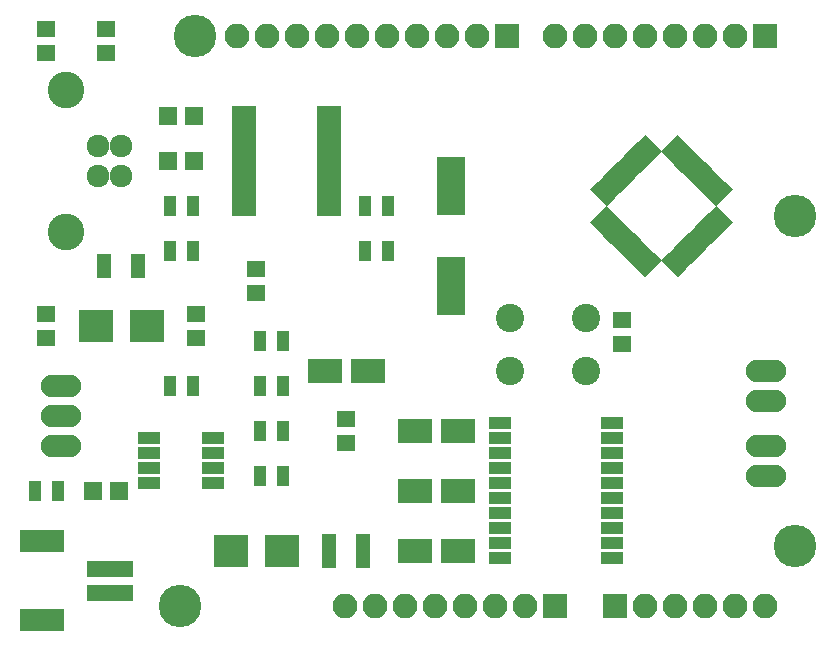
<source format=gts>
G04 #@! TF.FileFunction,Soldermask,Top*
%FSLAX46Y46*%
G04 Gerber Fmt 4.6, Leading zero omitted, Abs format (unit mm)*
G04 Created by KiCad (PCBNEW 4.0.7) date Sunday, September 09, 2018 'PMt' 03:54:26 PM*
%MOMM*%
%LPD*%
G01*
G04 APERTURE LIST*
%ADD10C,0.100000*%
%ADD11C,3.600000*%
%ADD12R,3.900000X1.400000*%
%ADD13R,3.800000X1.900000*%
%ADD14R,1.650000X1.400000*%
%ADD15R,1.600000X1.600000*%
%ADD16R,2.900000X2.700000*%
%ADD17R,1.300000X2.100000*%
%ADD18R,1.950000X1.000000*%
%ADD19R,2.150000X0.850000*%
%ADD20R,1.900000X1.000000*%
%ADD21C,1.920000*%
%ADD22C,3.100000*%
%ADD23R,2.100000X2.100000*%
%ADD24O,2.100000X2.100000*%
%ADD25R,1.300000X2.900000*%
%ADD26O,3.410000X1.910000*%
%ADD27R,1.100000X1.700000*%
%ADD28C,2.400000*%
%ADD29R,2.400000X4.900000*%
%ADD30R,3.000000X2.000000*%
G04 APERTURE END LIST*
D10*
G36*
X168111712Y-72113666D02*
X168783464Y-71441914D01*
X170197678Y-72856128D01*
X169525926Y-73527880D01*
X168111712Y-72113666D01*
X168111712Y-72113666D01*
G37*
G36*
X167546027Y-72679352D02*
X168217779Y-72007600D01*
X169631993Y-73421814D01*
X168960241Y-74093566D01*
X167546027Y-72679352D01*
X167546027Y-72679352D01*
G37*
G36*
X166980341Y-73245037D02*
X167652093Y-72573285D01*
X169066307Y-73987499D01*
X168394555Y-74659251D01*
X166980341Y-73245037D01*
X166980341Y-73245037D01*
G37*
G36*
X166414656Y-73810722D02*
X167086408Y-73138970D01*
X168500622Y-74553184D01*
X167828870Y-75224936D01*
X166414656Y-73810722D01*
X166414656Y-73810722D01*
G37*
G36*
X165848970Y-74376408D02*
X166520722Y-73704656D01*
X167934936Y-75118870D01*
X167263184Y-75790622D01*
X165848970Y-74376408D01*
X165848970Y-74376408D01*
G37*
G36*
X165283285Y-74942093D02*
X165955037Y-74270341D01*
X167369251Y-75684555D01*
X166697499Y-76356307D01*
X165283285Y-74942093D01*
X165283285Y-74942093D01*
G37*
G36*
X164717600Y-75507779D02*
X165389352Y-74836027D01*
X166803566Y-76250241D01*
X166131814Y-76921993D01*
X164717600Y-75507779D01*
X164717600Y-75507779D01*
G37*
G36*
X164151914Y-76073464D02*
X164823666Y-75401712D01*
X166237880Y-76815926D01*
X165566128Y-77487678D01*
X164151914Y-76073464D01*
X164151914Y-76073464D01*
G37*
G36*
X164823666Y-79538288D02*
X164151914Y-78866536D01*
X165566128Y-77452322D01*
X166237880Y-78124074D01*
X164823666Y-79538288D01*
X164823666Y-79538288D01*
G37*
G36*
X165389352Y-80103973D02*
X164717600Y-79432221D01*
X166131814Y-78018007D01*
X166803566Y-78689759D01*
X165389352Y-80103973D01*
X165389352Y-80103973D01*
G37*
G36*
X165955037Y-80669659D02*
X165283285Y-79997907D01*
X166697499Y-78583693D01*
X167369251Y-79255445D01*
X165955037Y-80669659D01*
X165955037Y-80669659D01*
G37*
G36*
X166520722Y-81235344D02*
X165848970Y-80563592D01*
X167263184Y-79149378D01*
X167934936Y-79821130D01*
X166520722Y-81235344D01*
X166520722Y-81235344D01*
G37*
G36*
X167086408Y-81801030D02*
X166414656Y-81129278D01*
X167828870Y-79715064D01*
X168500622Y-80386816D01*
X167086408Y-81801030D01*
X167086408Y-81801030D01*
G37*
G36*
X167652093Y-82366715D02*
X166980341Y-81694963D01*
X168394555Y-80280749D01*
X169066307Y-80952501D01*
X167652093Y-82366715D01*
X167652093Y-82366715D01*
G37*
G36*
X168217779Y-82932400D02*
X167546027Y-82260648D01*
X168960241Y-80846434D01*
X169631993Y-81518186D01*
X168217779Y-82932400D01*
X168217779Y-82932400D01*
G37*
G36*
X168783464Y-83498086D02*
X168111712Y-82826334D01*
X169525926Y-81412120D01*
X170197678Y-82083872D01*
X168783464Y-83498086D01*
X168783464Y-83498086D01*
G37*
G36*
X170162322Y-82083872D02*
X170834074Y-81412120D01*
X172248288Y-82826334D01*
X171576536Y-83498086D01*
X170162322Y-82083872D01*
X170162322Y-82083872D01*
G37*
G36*
X170728007Y-81518186D02*
X171399759Y-80846434D01*
X172813973Y-82260648D01*
X172142221Y-82932400D01*
X170728007Y-81518186D01*
X170728007Y-81518186D01*
G37*
G36*
X171293693Y-80952501D02*
X171965445Y-80280749D01*
X173379659Y-81694963D01*
X172707907Y-82366715D01*
X171293693Y-80952501D01*
X171293693Y-80952501D01*
G37*
G36*
X171859378Y-80386816D02*
X172531130Y-79715064D01*
X173945344Y-81129278D01*
X173273592Y-81801030D01*
X171859378Y-80386816D01*
X171859378Y-80386816D01*
G37*
G36*
X172425064Y-79821130D02*
X173096816Y-79149378D01*
X174511030Y-80563592D01*
X173839278Y-81235344D01*
X172425064Y-79821130D01*
X172425064Y-79821130D01*
G37*
G36*
X172990749Y-79255445D02*
X173662501Y-78583693D01*
X175076715Y-79997907D01*
X174404963Y-80669659D01*
X172990749Y-79255445D01*
X172990749Y-79255445D01*
G37*
G36*
X173556434Y-78689759D02*
X174228186Y-78018007D01*
X175642400Y-79432221D01*
X174970648Y-80103973D01*
X173556434Y-78689759D01*
X173556434Y-78689759D01*
G37*
G36*
X174122120Y-78124074D02*
X174793872Y-77452322D01*
X176208086Y-78866536D01*
X175536334Y-79538288D01*
X174122120Y-78124074D01*
X174122120Y-78124074D01*
G37*
G36*
X174793872Y-77487678D02*
X174122120Y-76815926D01*
X175536334Y-75401712D01*
X176208086Y-76073464D01*
X174793872Y-77487678D01*
X174793872Y-77487678D01*
G37*
G36*
X174228186Y-76921993D02*
X173556434Y-76250241D01*
X174970648Y-74836027D01*
X175642400Y-75507779D01*
X174228186Y-76921993D01*
X174228186Y-76921993D01*
G37*
G36*
X173662501Y-76356307D02*
X172990749Y-75684555D01*
X174404963Y-74270341D01*
X175076715Y-74942093D01*
X173662501Y-76356307D01*
X173662501Y-76356307D01*
G37*
G36*
X173096816Y-75790622D02*
X172425064Y-75118870D01*
X173839278Y-73704656D01*
X174511030Y-74376408D01*
X173096816Y-75790622D01*
X173096816Y-75790622D01*
G37*
G36*
X172531130Y-75224936D02*
X171859378Y-74553184D01*
X173273592Y-73138970D01*
X173945344Y-73810722D01*
X172531130Y-75224936D01*
X172531130Y-75224936D01*
G37*
G36*
X171965445Y-74659251D02*
X171293693Y-73987499D01*
X172707907Y-72573285D01*
X173379659Y-73245037D01*
X171965445Y-74659251D01*
X171965445Y-74659251D01*
G37*
G36*
X171399759Y-74093566D02*
X170728007Y-73421814D01*
X172142221Y-72007600D01*
X172813973Y-72679352D01*
X171399759Y-74093566D01*
X171399759Y-74093566D01*
G37*
G36*
X170834074Y-73527880D02*
X170162322Y-72856128D01*
X171576536Y-71441914D01*
X172248288Y-72113666D01*
X170834074Y-73527880D01*
X170834074Y-73527880D01*
G37*
D11*
X130683000Y-63119000D03*
X129413000Y-111379000D03*
X181483000Y-78359000D03*
X181483000Y-106299000D03*
D12*
X123525000Y-108220000D03*
X123525000Y-110220000D03*
D13*
X117775000Y-105870000D03*
X117775000Y-112570000D03*
D14*
X118110000Y-88630000D03*
X118110000Y-86630000D03*
X130810000Y-88630000D03*
X130810000Y-86630000D03*
X166878000Y-87138000D03*
X166878000Y-89138000D03*
X123190000Y-62500000D03*
X123190000Y-64500000D03*
X118110000Y-62500000D03*
X118110000Y-64500000D03*
X143510000Y-97520000D03*
X143510000Y-95520000D03*
X135890000Y-84820000D03*
X135890000Y-82820000D03*
D15*
X122090000Y-101600000D03*
X124290000Y-101600000D03*
D16*
X133740000Y-106680000D03*
X138040000Y-106680000D03*
X122310000Y-87630000D03*
X126610000Y-87630000D03*
D15*
X130640000Y-69850000D03*
X128440000Y-69850000D03*
X130640000Y-73660000D03*
X128440000Y-73660000D03*
D17*
X123010000Y-82550000D03*
X125910000Y-82550000D03*
D18*
X126840000Y-97155000D03*
X126840000Y-98425000D03*
X126840000Y-99695000D03*
X126840000Y-100965000D03*
X132240000Y-100965000D03*
X132240000Y-99695000D03*
X132240000Y-98425000D03*
X132240000Y-97155000D03*
D19*
X142030000Y-77885000D03*
X142030000Y-77235000D03*
X142030000Y-76585000D03*
X142030000Y-75935000D03*
X142030000Y-75285000D03*
X142030000Y-74635000D03*
X142030000Y-73985000D03*
X142030000Y-73335000D03*
X142030000Y-72685000D03*
X142030000Y-72035000D03*
X142030000Y-71385000D03*
X142030000Y-70735000D03*
X142030000Y-70085000D03*
X142030000Y-69435000D03*
X134830000Y-69435000D03*
X134830000Y-70085000D03*
X134830000Y-70735000D03*
X134830000Y-71385000D03*
X134830000Y-72035000D03*
X134830000Y-72685000D03*
X134830000Y-73335000D03*
X134830000Y-73985000D03*
X134830000Y-74635000D03*
X134830000Y-75285000D03*
X134830000Y-75935000D03*
X134830000Y-76585000D03*
X134830000Y-77235000D03*
X134830000Y-77885000D03*
D20*
X156540000Y-102235000D03*
X156540000Y-100965000D03*
X156540000Y-99695000D03*
X156540000Y-98425000D03*
X156540000Y-97155000D03*
X156540000Y-95885000D03*
X156540000Y-103505000D03*
X156540000Y-104775000D03*
X156540000Y-106045000D03*
X156540000Y-107315000D03*
X166040000Y-107315000D03*
X166040000Y-106045000D03*
X166040000Y-104775000D03*
X166040000Y-103505000D03*
X166040000Y-102235000D03*
X166040000Y-100965000D03*
X166040000Y-99695000D03*
X166040000Y-98425000D03*
X166040000Y-97155000D03*
X166040000Y-95885000D03*
D21*
X124460000Y-72390000D03*
X124460000Y-74930000D03*
X122460000Y-74930000D03*
X122460000Y-72390000D03*
D22*
X119760000Y-67660000D03*
X119760000Y-79660000D03*
D23*
X157099000Y-63119000D03*
D24*
X154559000Y-63119000D03*
X152019000Y-63119000D03*
X149479000Y-63119000D03*
X146939000Y-63119000D03*
X144399000Y-63119000D03*
X141859000Y-63119000D03*
X139319000Y-63119000D03*
X136779000Y-63119000D03*
X134239000Y-63119000D03*
D23*
X166243000Y-111379000D03*
D24*
X168783000Y-111379000D03*
X171323000Y-111379000D03*
X173863000Y-111379000D03*
X176403000Y-111379000D03*
X178943000Y-111379000D03*
D23*
X161163000Y-111379000D03*
D24*
X158623000Y-111379000D03*
X156083000Y-111379000D03*
X153543000Y-111379000D03*
X151003000Y-111379000D03*
X148463000Y-111379000D03*
X145923000Y-111379000D03*
X143383000Y-111379000D03*
D23*
X178943000Y-63119000D03*
D24*
X176403000Y-63119000D03*
X173863000Y-63119000D03*
X171323000Y-63119000D03*
X168783000Y-63119000D03*
X166243000Y-63119000D03*
X163703000Y-63119000D03*
X161163000Y-63119000D03*
D25*
X142060000Y-106680000D03*
X144960000Y-106680000D03*
D26*
X179070000Y-93980000D03*
X179070000Y-91440000D03*
X179070000Y-100330000D03*
X179070000Y-97790000D03*
D27*
X138110000Y-96520000D03*
X136210000Y-96520000D03*
X138110000Y-100330000D03*
X136210000Y-100330000D03*
X117160000Y-101600000D03*
X119060000Y-101600000D03*
X136210000Y-92710000D03*
X138110000Y-92710000D03*
X130490000Y-92710000D03*
X128590000Y-92710000D03*
X138110000Y-88900000D03*
X136210000Y-88900000D03*
X145100000Y-77470000D03*
X147000000Y-77470000D03*
X145100000Y-81280000D03*
X147000000Y-81280000D03*
X130490000Y-81280000D03*
X128590000Y-81280000D03*
X130490000Y-77470000D03*
X128590000Y-77470000D03*
D26*
X119380000Y-97790000D03*
X119380000Y-95250000D03*
X119380000Y-92710000D03*
D28*
X163830000Y-86940000D03*
X163830000Y-91440000D03*
X157330000Y-86940000D03*
X157330000Y-91440000D03*
D29*
X152400000Y-75760000D03*
X152400000Y-84260000D03*
D30*
X149330000Y-106680000D03*
X152930000Y-106680000D03*
X149330000Y-101600000D03*
X152930000Y-101600000D03*
X149330000Y-96520000D03*
X152930000Y-96520000D03*
X141710000Y-91440000D03*
X145310000Y-91440000D03*
M02*

</source>
